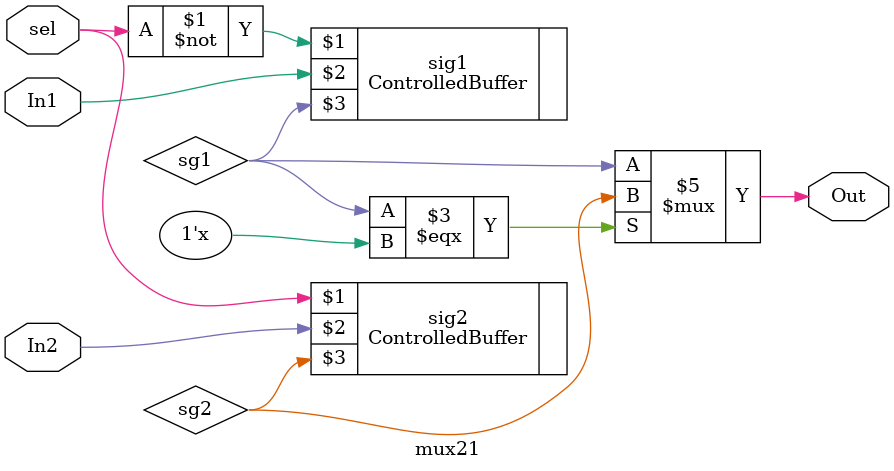
<source format=v>
`timescale 1ns / 1ps


module mux21(
    In1,In2,sel,Out
    );
    
    input In1,In2,sel;
    output Out;
    wire In1,In2,sel,sg1,sg2;
    reg Out;
    
    ControlledBuffer sig1(~sel,In1,sg1);
    ControlledBuffer sig2(sel,In2,sg2);
    
    always @(*) begin
        if (sg1===1'bz) Out=sg2;
        else Out=sg1;
        end
endmodule

</source>
